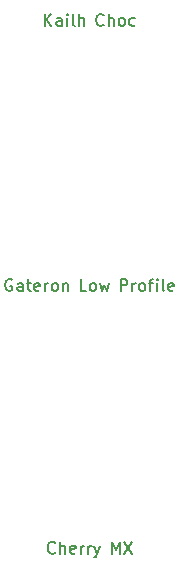
<source format=gto>
G04 #@! TF.GenerationSoftware,KiCad,Pcbnew,(7.0.0)*
G04 #@! TF.CreationDate,2023-09-22T15:52:11-05:00*
G04 #@! TF.ProjectId,stab_tester,73746162-5f74-4657-9374-65722e6b6963,rev?*
G04 #@! TF.SameCoordinates,Original*
G04 #@! TF.FileFunction,Legend,Top*
G04 #@! TF.FilePolarity,Positive*
%FSLAX46Y46*%
G04 Gerber Fmt 4.6, Leading zero omitted, Abs format (unit mm)*
G04 Created by KiCad (PCBNEW (7.0.0)) date 2023-09-22 15:52:11*
%MOMM*%
%LPD*%
G01*
G04 APERTURE LIST*
%ADD10C,0.150000*%
%ADD11C,1.000000*%
%ADD12C,1.701800*%
%ADD13C,3.000000*%
%ADD14C,5.000000*%
%ADD15C,0.990600*%
%ADD16C,3.400000*%
G04 APERTURE END LIST*
D10*
X117729166Y-80036130D02*
X117395833Y-79559940D01*
X117157738Y-80036130D02*
X117157738Y-79036130D01*
X117157738Y-79036130D02*
X117538690Y-79036130D01*
X117538690Y-79036130D02*
X117633928Y-79083750D01*
X117633928Y-79083750D02*
X117681547Y-79131369D01*
X117681547Y-79131369D02*
X117729166Y-79226607D01*
X117729166Y-79226607D02*
X117729166Y-79369464D01*
X117729166Y-79369464D02*
X117681547Y-79464702D01*
X117681547Y-79464702D02*
X117633928Y-79512321D01*
X117633928Y-79512321D02*
X117538690Y-79559940D01*
X117538690Y-79559940D02*
X117157738Y-79559940D01*
X118157738Y-79512321D02*
X118491071Y-79512321D01*
X118633928Y-80036130D02*
X118157738Y-80036130D01*
X118157738Y-80036130D02*
X118157738Y-79036130D01*
X118157738Y-79036130D02*
X118633928Y-79036130D01*
X119395833Y-79512321D02*
X119062500Y-79512321D01*
X119062500Y-80036130D02*
X119062500Y-79036130D01*
X119062500Y-79036130D02*
X119538690Y-79036130D01*
X120062500Y-79036130D02*
X120062500Y-79274226D01*
X119824405Y-79178988D02*
X120062500Y-79274226D01*
X120062500Y-79274226D02*
X120300595Y-79178988D01*
X119919643Y-79464702D02*
X120062500Y-79274226D01*
X120062500Y-79274226D02*
X120205357Y-79464702D01*
X120824405Y-79036130D02*
X120824405Y-79274226D01*
X120586310Y-79178988D02*
X120824405Y-79274226D01*
X120824405Y-79274226D02*
X121062500Y-79178988D01*
X120681548Y-79464702D02*
X120824405Y-79274226D01*
X120824405Y-79274226D02*
X120967262Y-79464702D01*
X112586308Y-71083750D02*
X112491070Y-71036130D01*
X112491070Y-71036130D02*
X112348213Y-71036130D01*
X112348213Y-71036130D02*
X112205356Y-71083750D01*
X112205356Y-71083750D02*
X112110118Y-71178988D01*
X112110118Y-71178988D02*
X112062499Y-71274226D01*
X112062499Y-71274226D02*
X112014880Y-71464702D01*
X112014880Y-71464702D02*
X112014880Y-71607559D01*
X112014880Y-71607559D02*
X112062499Y-71798035D01*
X112062499Y-71798035D02*
X112110118Y-71893273D01*
X112110118Y-71893273D02*
X112205356Y-71988511D01*
X112205356Y-71988511D02*
X112348213Y-72036130D01*
X112348213Y-72036130D02*
X112443451Y-72036130D01*
X112443451Y-72036130D02*
X112586308Y-71988511D01*
X112586308Y-71988511D02*
X112633927Y-71940892D01*
X112633927Y-71940892D02*
X112633927Y-71607559D01*
X112633927Y-71607559D02*
X112443451Y-71607559D01*
X113491070Y-72036130D02*
X113491070Y-71512321D01*
X113491070Y-71512321D02*
X113443451Y-71417083D01*
X113443451Y-71417083D02*
X113348213Y-71369464D01*
X113348213Y-71369464D02*
X113157737Y-71369464D01*
X113157737Y-71369464D02*
X113062499Y-71417083D01*
X113491070Y-71988511D02*
X113395832Y-72036130D01*
X113395832Y-72036130D02*
X113157737Y-72036130D01*
X113157737Y-72036130D02*
X113062499Y-71988511D01*
X113062499Y-71988511D02*
X113014880Y-71893273D01*
X113014880Y-71893273D02*
X113014880Y-71798035D01*
X113014880Y-71798035D02*
X113062499Y-71702797D01*
X113062499Y-71702797D02*
X113157737Y-71655178D01*
X113157737Y-71655178D02*
X113395832Y-71655178D01*
X113395832Y-71655178D02*
X113491070Y-71607559D01*
X113824404Y-71369464D02*
X114205356Y-71369464D01*
X113967261Y-71036130D02*
X113967261Y-71893273D01*
X113967261Y-71893273D02*
X114014880Y-71988511D01*
X114014880Y-71988511D02*
X114110118Y-72036130D01*
X114110118Y-72036130D02*
X114205356Y-72036130D01*
X114919642Y-71988511D02*
X114824404Y-72036130D01*
X114824404Y-72036130D02*
X114633928Y-72036130D01*
X114633928Y-72036130D02*
X114538690Y-71988511D01*
X114538690Y-71988511D02*
X114491071Y-71893273D01*
X114491071Y-71893273D02*
X114491071Y-71512321D01*
X114491071Y-71512321D02*
X114538690Y-71417083D01*
X114538690Y-71417083D02*
X114633928Y-71369464D01*
X114633928Y-71369464D02*
X114824404Y-71369464D01*
X114824404Y-71369464D02*
X114919642Y-71417083D01*
X114919642Y-71417083D02*
X114967261Y-71512321D01*
X114967261Y-71512321D02*
X114967261Y-71607559D01*
X114967261Y-71607559D02*
X114491071Y-71702797D01*
X115395833Y-72036130D02*
X115395833Y-71369464D01*
X115395833Y-71559940D02*
X115443452Y-71464702D01*
X115443452Y-71464702D02*
X115491071Y-71417083D01*
X115491071Y-71417083D02*
X115586309Y-71369464D01*
X115586309Y-71369464D02*
X115681547Y-71369464D01*
X116157738Y-72036130D02*
X116062500Y-71988511D01*
X116062500Y-71988511D02*
X116014881Y-71940892D01*
X116014881Y-71940892D02*
X115967262Y-71845654D01*
X115967262Y-71845654D02*
X115967262Y-71559940D01*
X115967262Y-71559940D02*
X116014881Y-71464702D01*
X116014881Y-71464702D02*
X116062500Y-71417083D01*
X116062500Y-71417083D02*
X116157738Y-71369464D01*
X116157738Y-71369464D02*
X116300595Y-71369464D01*
X116300595Y-71369464D02*
X116395833Y-71417083D01*
X116395833Y-71417083D02*
X116443452Y-71464702D01*
X116443452Y-71464702D02*
X116491071Y-71559940D01*
X116491071Y-71559940D02*
X116491071Y-71845654D01*
X116491071Y-71845654D02*
X116443452Y-71940892D01*
X116443452Y-71940892D02*
X116395833Y-71988511D01*
X116395833Y-71988511D02*
X116300595Y-72036130D01*
X116300595Y-72036130D02*
X116157738Y-72036130D01*
X116919643Y-71369464D02*
X116919643Y-72036130D01*
X116919643Y-71464702D02*
X116967262Y-71417083D01*
X116967262Y-71417083D02*
X117062500Y-71369464D01*
X117062500Y-71369464D02*
X117205357Y-71369464D01*
X117205357Y-71369464D02*
X117300595Y-71417083D01*
X117300595Y-71417083D02*
X117348214Y-71512321D01*
X117348214Y-71512321D02*
X117348214Y-72036130D01*
X118900595Y-72036130D02*
X118424405Y-72036130D01*
X118424405Y-72036130D02*
X118424405Y-71036130D01*
X119376786Y-72036130D02*
X119281548Y-71988511D01*
X119281548Y-71988511D02*
X119233929Y-71940892D01*
X119233929Y-71940892D02*
X119186310Y-71845654D01*
X119186310Y-71845654D02*
X119186310Y-71559940D01*
X119186310Y-71559940D02*
X119233929Y-71464702D01*
X119233929Y-71464702D02*
X119281548Y-71417083D01*
X119281548Y-71417083D02*
X119376786Y-71369464D01*
X119376786Y-71369464D02*
X119519643Y-71369464D01*
X119519643Y-71369464D02*
X119614881Y-71417083D01*
X119614881Y-71417083D02*
X119662500Y-71464702D01*
X119662500Y-71464702D02*
X119710119Y-71559940D01*
X119710119Y-71559940D02*
X119710119Y-71845654D01*
X119710119Y-71845654D02*
X119662500Y-71940892D01*
X119662500Y-71940892D02*
X119614881Y-71988511D01*
X119614881Y-71988511D02*
X119519643Y-72036130D01*
X119519643Y-72036130D02*
X119376786Y-72036130D01*
X120043453Y-71369464D02*
X120233929Y-72036130D01*
X120233929Y-72036130D02*
X120424405Y-71559940D01*
X120424405Y-71559940D02*
X120614881Y-72036130D01*
X120614881Y-72036130D02*
X120805357Y-71369464D01*
X121786310Y-72036130D02*
X121786310Y-71036130D01*
X121786310Y-71036130D02*
X122167262Y-71036130D01*
X122167262Y-71036130D02*
X122262500Y-71083750D01*
X122262500Y-71083750D02*
X122310119Y-71131369D01*
X122310119Y-71131369D02*
X122357738Y-71226607D01*
X122357738Y-71226607D02*
X122357738Y-71369464D01*
X122357738Y-71369464D02*
X122310119Y-71464702D01*
X122310119Y-71464702D02*
X122262500Y-71512321D01*
X122262500Y-71512321D02*
X122167262Y-71559940D01*
X122167262Y-71559940D02*
X121786310Y-71559940D01*
X122786310Y-72036130D02*
X122786310Y-71369464D01*
X122786310Y-71559940D02*
X122833929Y-71464702D01*
X122833929Y-71464702D02*
X122881548Y-71417083D01*
X122881548Y-71417083D02*
X122976786Y-71369464D01*
X122976786Y-71369464D02*
X123072024Y-71369464D01*
X123548215Y-72036130D02*
X123452977Y-71988511D01*
X123452977Y-71988511D02*
X123405358Y-71940892D01*
X123405358Y-71940892D02*
X123357739Y-71845654D01*
X123357739Y-71845654D02*
X123357739Y-71559940D01*
X123357739Y-71559940D02*
X123405358Y-71464702D01*
X123405358Y-71464702D02*
X123452977Y-71417083D01*
X123452977Y-71417083D02*
X123548215Y-71369464D01*
X123548215Y-71369464D02*
X123691072Y-71369464D01*
X123691072Y-71369464D02*
X123786310Y-71417083D01*
X123786310Y-71417083D02*
X123833929Y-71464702D01*
X123833929Y-71464702D02*
X123881548Y-71559940D01*
X123881548Y-71559940D02*
X123881548Y-71845654D01*
X123881548Y-71845654D02*
X123833929Y-71940892D01*
X123833929Y-71940892D02*
X123786310Y-71988511D01*
X123786310Y-71988511D02*
X123691072Y-72036130D01*
X123691072Y-72036130D02*
X123548215Y-72036130D01*
X124167263Y-71369464D02*
X124548215Y-71369464D01*
X124310120Y-72036130D02*
X124310120Y-71178988D01*
X124310120Y-71178988D02*
X124357739Y-71083750D01*
X124357739Y-71083750D02*
X124452977Y-71036130D01*
X124452977Y-71036130D02*
X124548215Y-71036130D01*
X124881549Y-72036130D02*
X124881549Y-71369464D01*
X124881549Y-71036130D02*
X124833930Y-71083750D01*
X124833930Y-71083750D02*
X124881549Y-71131369D01*
X124881549Y-71131369D02*
X124929168Y-71083750D01*
X124929168Y-71083750D02*
X124881549Y-71036130D01*
X124881549Y-71036130D02*
X124881549Y-71131369D01*
X125500596Y-72036130D02*
X125405358Y-71988511D01*
X125405358Y-71988511D02*
X125357739Y-71893273D01*
X125357739Y-71893273D02*
X125357739Y-71036130D01*
X126262501Y-71988511D02*
X126167263Y-72036130D01*
X126167263Y-72036130D02*
X125976787Y-72036130D01*
X125976787Y-72036130D02*
X125881549Y-71988511D01*
X125881549Y-71988511D02*
X125833930Y-71893273D01*
X125833930Y-71893273D02*
X125833930Y-71512321D01*
X125833930Y-71512321D02*
X125881549Y-71417083D01*
X125881549Y-71417083D02*
X125976787Y-71369464D01*
X125976787Y-71369464D02*
X126167263Y-71369464D01*
X126167263Y-71369464D02*
X126262501Y-71417083D01*
X126262501Y-71417083D02*
X126310120Y-71512321D01*
X126310120Y-71512321D02*
X126310120Y-71607559D01*
X126310120Y-71607559D02*
X125833930Y-71702797D01*
X116243451Y-94165892D02*
X116195832Y-94213511D01*
X116195832Y-94213511D02*
X116052975Y-94261130D01*
X116052975Y-94261130D02*
X115957737Y-94261130D01*
X115957737Y-94261130D02*
X115814880Y-94213511D01*
X115814880Y-94213511D02*
X115719642Y-94118273D01*
X115719642Y-94118273D02*
X115672023Y-94023035D01*
X115672023Y-94023035D02*
X115624404Y-93832559D01*
X115624404Y-93832559D02*
X115624404Y-93689702D01*
X115624404Y-93689702D02*
X115672023Y-93499226D01*
X115672023Y-93499226D02*
X115719642Y-93403988D01*
X115719642Y-93403988D02*
X115814880Y-93308750D01*
X115814880Y-93308750D02*
X115957737Y-93261130D01*
X115957737Y-93261130D02*
X116052975Y-93261130D01*
X116052975Y-93261130D02*
X116195832Y-93308750D01*
X116195832Y-93308750D02*
X116243451Y-93356369D01*
X116672023Y-94261130D02*
X116672023Y-93261130D01*
X117100594Y-94261130D02*
X117100594Y-93737321D01*
X117100594Y-93737321D02*
X117052975Y-93642083D01*
X117052975Y-93642083D02*
X116957737Y-93594464D01*
X116957737Y-93594464D02*
X116814880Y-93594464D01*
X116814880Y-93594464D02*
X116719642Y-93642083D01*
X116719642Y-93642083D02*
X116672023Y-93689702D01*
X117957737Y-94213511D02*
X117862499Y-94261130D01*
X117862499Y-94261130D02*
X117672023Y-94261130D01*
X117672023Y-94261130D02*
X117576785Y-94213511D01*
X117576785Y-94213511D02*
X117529166Y-94118273D01*
X117529166Y-94118273D02*
X117529166Y-93737321D01*
X117529166Y-93737321D02*
X117576785Y-93642083D01*
X117576785Y-93642083D02*
X117672023Y-93594464D01*
X117672023Y-93594464D02*
X117862499Y-93594464D01*
X117862499Y-93594464D02*
X117957737Y-93642083D01*
X117957737Y-93642083D02*
X118005356Y-93737321D01*
X118005356Y-93737321D02*
X118005356Y-93832559D01*
X118005356Y-93832559D02*
X117529166Y-93927797D01*
X118433928Y-94261130D02*
X118433928Y-93594464D01*
X118433928Y-93784940D02*
X118481547Y-93689702D01*
X118481547Y-93689702D02*
X118529166Y-93642083D01*
X118529166Y-93642083D02*
X118624404Y-93594464D01*
X118624404Y-93594464D02*
X118719642Y-93594464D01*
X119052976Y-94261130D02*
X119052976Y-93594464D01*
X119052976Y-93784940D02*
X119100595Y-93689702D01*
X119100595Y-93689702D02*
X119148214Y-93642083D01*
X119148214Y-93642083D02*
X119243452Y-93594464D01*
X119243452Y-93594464D02*
X119338690Y-93594464D01*
X119576786Y-93594464D02*
X119814881Y-94261130D01*
X120052976Y-93594464D02*
X119814881Y-94261130D01*
X119814881Y-94261130D02*
X119719643Y-94499226D01*
X119719643Y-94499226D02*
X119672024Y-94546845D01*
X119672024Y-94546845D02*
X119576786Y-94594464D01*
X121033929Y-94261130D02*
X121033929Y-93261130D01*
X121033929Y-93261130D02*
X121367262Y-93975416D01*
X121367262Y-93975416D02*
X121700595Y-93261130D01*
X121700595Y-93261130D02*
X121700595Y-94261130D01*
X122081548Y-93261130D02*
X122748214Y-94261130D01*
X122748214Y-93261130D02*
X122081548Y-94261130D01*
X115362500Y-49578614D02*
X115362500Y-48578614D01*
X115933928Y-49578614D02*
X115505357Y-49007186D01*
X115933928Y-48578614D02*
X115362500Y-49150043D01*
X116791071Y-49578614D02*
X116791071Y-49054805D01*
X116791071Y-49054805D02*
X116743452Y-48959567D01*
X116743452Y-48959567D02*
X116648214Y-48911948D01*
X116648214Y-48911948D02*
X116457738Y-48911948D01*
X116457738Y-48911948D02*
X116362500Y-48959567D01*
X116791071Y-49530995D02*
X116695833Y-49578614D01*
X116695833Y-49578614D02*
X116457738Y-49578614D01*
X116457738Y-49578614D02*
X116362500Y-49530995D01*
X116362500Y-49530995D02*
X116314881Y-49435757D01*
X116314881Y-49435757D02*
X116314881Y-49340519D01*
X116314881Y-49340519D02*
X116362500Y-49245281D01*
X116362500Y-49245281D02*
X116457738Y-49197662D01*
X116457738Y-49197662D02*
X116695833Y-49197662D01*
X116695833Y-49197662D02*
X116791071Y-49150043D01*
X117267262Y-49578614D02*
X117267262Y-48911948D01*
X117267262Y-48578614D02*
X117219643Y-48626234D01*
X117219643Y-48626234D02*
X117267262Y-48673853D01*
X117267262Y-48673853D02*
X117314881Y-48626234D01*
X117314881Y-48626234D02*
X117267262Y-48578614D01*
X117267262Y-48578614D02*
X117267262Y-48673853D01*
X117886309Y-49578614D02*
X117791071Y-49530995D01*
X117791071Y-49530995D02*
X117743452Y-49435757D01*
X117743452Y-49435757D02*
X117743452Y-48578614D01*
X118267262Y-49578614D02*
X118267262Y-48578614D01*
X118695833Y-49578614D02*
X118695833Y-49054805D01*
X118695833Y-49054805D02*
X118648214Y-48959567D01*
X118648214Y-48959567D02*
X118552976Y-48911948D01*
X118552976Y-48911948D02*
X118410119Y-48911948D01*
X118410119Y-48911948D02*
X118314881Y-48959567D01*
X118314881Y-48959567D02*
X118267262Y-49007186D01*
X120343452Y-49483376D02*
X120295833Y-49530995D01*
X120295833Y-49530995D02*
X120152976Y-49578614D01*
X120152976Y-49578614D02*
X120057738Y-49578614D01*
X120057738Y-49578614D02*
X119914881Y-49530995D01*
X119914881Y-49530995D02*
X119819643Y-49435757D01*
X119819643Y-49435757D02*
X119772024Y-49340519D01*
X119772024Y-49340519D02*
X119724405Y-49150043D01*
X119724405Y-49150043D02*
X119724405Y-49007186D01*
X119724405Y-49007186D02*
X119772024Y-48816710D01*
X119772024Y-48816710D02*
X119819643Y-48721472D01*
X119819643Y-48721472D02*
X119914881Y-48626234D01*
X119914881Y-48626234D02*
X120057738Y-48578614D01*
X120057738Y-48578614D02*
X120152976Y-48578614D01*
X120152976Y-48578614D02*
X120295833Y-48626234D01*
X120295833Y-48626234D02*
X120343452Y-48673853D01*
X120772024Y-49578614D02*
X120772024Y-48578614D01*
X121200595Y-49578614D02*
X121200595Y-49054805D01*
X121200595Y-49054805D02*
X121152976Y-48959567D01*
X121152976Y-48959567D02*
X121057738Y-48911948D01*
X121057738Y-48911948D02*
X120914881Y-48911948D01*
X120914881Y-48911948D02*
X120819643Y-48959567D01*
X120819643Y-48959567D02*
X120772024Y-49007186D01*
X121819643Y-49578614D02*
X121724405Y-49530995D01*
X121724405Y-49530995D02*
X121676786Y-49483376D01*
X121676786Y-49483376D02*
X121629167Y-49388138D01*
X121629167Y-49388138D02*
X121629167Y-49102424D01*
X121629167Y-49102424D02*
X121676786Y-49007186D01*
X121676786Y-49007186D02*
X121724405Y-48959567D01*
X121724405Y-48959567D02*
X121819643Y-48911948D01*
X121819643Y-48911948D02*
X121962500Y-48911948D01*
X121962500Y-48911948D02*
X122057738Y-48959567D01*
X122057738Y-48959567D02*
X122105357Y-49007186D01*
X122105357Y-49007186D02*
X122152976Y-49102424D01*
X122152976Y-49102424D02*
X122152976Y-49388138D01*
X122152976Y-49388138D02*
X122105357Y-49483376D01*
X122105357Y-49483376D02*
X122057738Y-49530995D01*
X122057738Y-49530995D02*
X121962500Y-49578614D01*
X121962500Y-49578614D02*
X121819643Y-49578614D01*
X123010119Y-49530995D02*
X122914881Y-49578614D01*
X122914881Y-49578614D02*
X122724405Y-49578614D01*
X122724405Y-49578614D02*
X122629167Y-49530995D01*
X122629167Y-49530995D02*
X122581548Y-49483376D01*
X122581548Y-49483376D02*
X122533929Y-49388138D01*
X122533929Y-49388138D02*
X122533929Y-49102424D01*
X122533929Y-49102424D02*
X122581548Y-49007186D01*
X122581548Y-49007186D02*
X122629167Y-48959567D01*
X122629167Y-48959567D02*
X122724405Y-48911948D01*
X122724405Y-48911948D02*
X122914881Y-48911948D01*
X122914881Y-48911948D02*
X123010119Y-48959567D01*
%LPC*%
D11*
X119062500Y-80168750D03*
D12*
X113562500Y-80168750D03*
X113982500Y-80168750D03*
D13*
X114062500Y-83918750D03*
X114062500Y-83968750D03*
X114662500Y-84868750D03*
X116522500Y-85248750D03*
D14*
X119062500Y-80168750D03*
D13*
X119062500Y-86068750D03*
X121662500Y-85918750D03*
X122872500Y-82708750D03*
D12*
X124142500Y-80168750D03*
D15*
X124212500Y-75168750D03*
D12*
X124562500Y-80168750D03*
X113562500Y-102393750D03*
X113982500Y-102393750D03*
D13*
X114062500Y-106143750D03*
X114062500Y-106193750D03*
X114662500Y-107093750D03*
X116522500Y-107473750D03*
D14*
X119062500Y-102393750D03*
D13*
X119062500Y-108293750D03*
X121662500Y-108143750D03*
X122872500Y-104933750D03*
D12*
X124142500Y-102393750D03*
D15*
X124212500Y-97393750D03*
D12*
X124562500Y-102393750D03*
D16*
X119062500Y-57711234D03*
D12*
X113562500Y-57711234D03*
X113982500Y-57711234D03*
D13*
X114062500Y-61461234D03*
X114062500Y-61511234D03*
X114662500Y-62411234D03*
X116522500Y-62791234D03*
D14*
X119062500Y-57711234D03*
D13*
X119062500Y-63611234D03*
X121662500Y-63461234D03*
X122872500Y-60251234D03*
D12*
X124142500Y-57711234D03*
D15*
X124212500Y-52711234D03*
D12*
X124562500Y-57711234D03*
M02*

</source>
